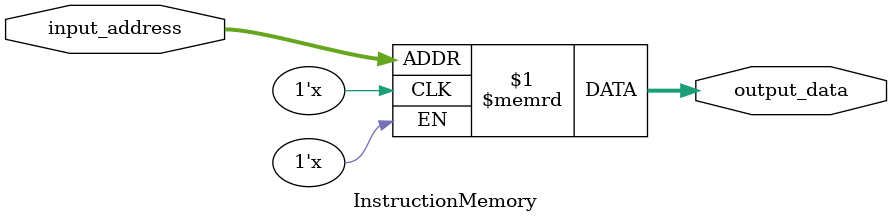
<source format=v>
module InstructionMemory(input_address, output_data);

	input [4:0] input_address;

	output [63:0] output_data;

	reg [63:0] memory [0:31];
	
	

	assign	output_data = memory[input_address];

endmodule
</source>
